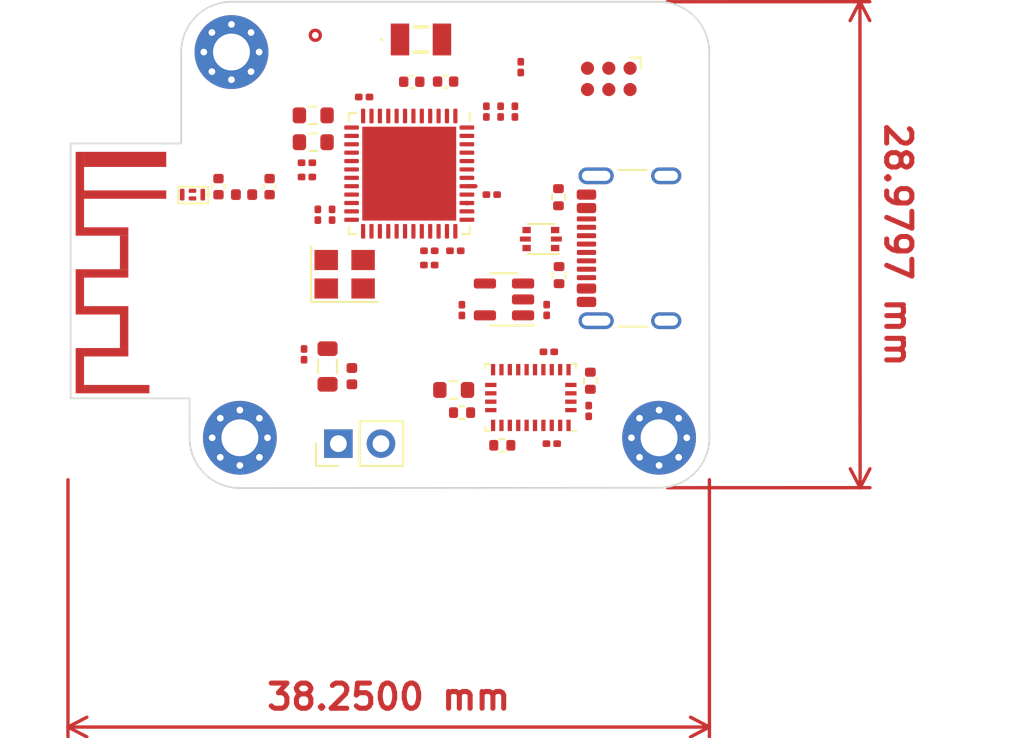
<source format=kicad_pcb>
(kicad_pcb (version 20221018) (generator pcbnew)
  (layers (0 "F.Cu" signal) (1 "In1.Cu" power) (2 "In2.Cu" power) (31 "B.Cu" signal) (34 "B.Paste" user) (35 "F.Paste" user) (36 "B.SilkS" user "B.Silkscreen") (37 "F.SilkS" user "F.Silkscreen") (38 "B.Mask" user) (39 "F.Mask" user) (44 "Edge.Cuts" user))
  (net 0 "")
  (net 1 "NRST")
  (net 2 "/SMPSFB")
  (net 3 "/LSE_OUT")
  (net 4 "/LSE_IN")
  (net 5 "RF1")
  (net 6 "Net-(U2-VBUS)")
  (net 7 "Net-(U5-CAP)")
  (net 8 "Net-(J3-CC1)")
  (net 9 "Net-(J3-D+-PadA6)")
  (net 10 "Net-(J3-D--PadA7)")
  (net 12 "Net-(J3-CC2)")
  (net 14 "/SMPSLX")
  (net 15 "/SMPSLXL")
  (net 16 "/BOOT_0")
  (net 17 "I2C1_SCL")
  (net 18 "I2C1_SDA")
  (net 19 "+3.3V")
  (net 21 "BNO_NRST")
  (net 22 "BNO_NINT")
  (net 29 "/HSE_OUT")
  (net 30 "/HSE_IN")
  (net 36 "USB_D-")
  (net 37 "USB_D+")
  (net 41 "GND")
  (net 42 "Net-(R1-Pad1)")
  (net 47 "BNO_NBOOT")
  (net 51 "/RF_ANT")
  (net 52 "Net-(FLT1-IN)")
  (net 53 "/SWDIO")
  (net 54 "/SWCLK")
  (net 55 "/SWO")
  (footprint "Capacitor_SMD:C_0201_0603Metric" (layer "F.Cu") (at 152.85 102.85)
    (fp_text reference "C4" hide)
    (fp_text value "100n" hide)
    (pad "1" smd roundrect (at -0.32 0) (size 0.46 0.4) (layers "F.Cu" "F.Mask") (net 19 "+3.3V"))
    (pad "2" smd roundrect (at 0.32 0) (size 0.46 0.4) (layers "F.Cu" "F.Mask") (net 41 "GND"))
  )
  (footprint "Resistor_SMD:R_0402_1005Metric" (layer "F.Cu") (at 160.9 110.6 -90)
    (fp_text reference "R10" hide)
    (fp_text value "10k" hide)
    (fp_line (start -0.153641 -0.38) (end 0.153641 -0.38) (stroke (width 0.12)) (layer "F.SilkS"))
    (fp_line (start -0.153641 0.38) (end 0.153641 0.38) (stroke (width 0.12)) (layer "F.SilkS"))
    (pad "1" smd roundrect (at -0.51 0 270) (size 0.54 0.64) (layers "F.Cu" "F.Paste" "F.Mask") (net 19 "+3.3V"))
    (pad "2" smd roundrect (at 0.51 0 270) (size 0.54 0.64) (layers "F.Cu" "F.Paste" "F.Mask") (net 47 "BNO_NBOOT"))
  )
  (footprint "Package_TO_SOT_SMD:SOT-666" (layer "F.Cu") (at 157.95 102.15 180)
    (fp_text reference "U2" hide)
    (fp_text value "USBLC6-2P6" hide)
    (fp_line (start -0.8 0.9) (end 0.8 0.9) (stroke (width 0.12)) (layer "F.SilkS"))
    (fp_line (start 0.8 -0.9) (end -1.1 -0.9) (stroke (width 0.12)) (layer "F.SilkS"))
    (pad "1" smd rect (at -0.85 -0.5375 180) (size 0.5 0.375) (layers "F.Cu" "F.Paste" "F.Mask") (net 10 "Net-(J3-D--PadA7)"))
    (pad "2" smd rect (at -0.925 0 180) (size 0.65 0.3) (layers "F.Cu" "F.Paste" "F.Mask") (net 41 "GND"))
    (pad "3" smd rect (at -0.85 0.5375 180) (size 0.5 0.375) (layers "F.Cu" "F.Paste" "F.Mask") (net 9 "Net-(J3-D+-PadA6)"))
    (pad "4" smd rect (at 0.85 0.5375 180) (size 0.5 0.375) (layers "F.Cu" "F.Paste" "F.Mask") (net 37 "USB_D+"))
    (pad "5" smd rect (at 0.925 0 180) (size 0.65 0.3) (layers "F.Cu" "F.Paste" "F.Mask") (net 6 "Net-(U2-VBUS)"))
    (pad "6" smd rect (at 0.85 -0.5375 180) (size 0.5 0.375) (layers "F.Cu" "F.Paste" "F.Mask") (net 36 "USB_D-"))
  )
  (footprint "Inductor_SMD:L_0805_2012Metric" (layer "F.Cu") (at 145.229542 109.75 90)
    (fp_text reference "L2" hide)
    (fp_text value "10u" hide)
    (fp_line (start -0.399622 -0.56) (end 0.399622 -0.56) (stroke (width 0.12)) (layer "F.SilkS"))
    (fp_line (start -0.399622 0.56) (end 0.399622 0.56) (stroke (width 0.12)) (layer "F.SilkS"))
    (pad "1" smd roundrect (at -1.0625 0 90) (size 0.875 1.2) (layers "F.Cu" "F.Paste" "F.Mask") (net 15 "/SMPSLXL"))
    (pad "2" smd roundrect (at 1.0625 0 90) (size 0.875 1.2) (layers "F.Cu" "F.Paste" "F.Mask") (net 2 "/SMPSFB"))
  )
  (footprint "Capacitor_SMD:C_0201_0603Metric" (layer "F.Cu") (at 155.55 94.55 90)
    (fp_text reference "C6" hide)
    (fp_text value "100n" hide)
    (pad "1" smd roundrect (at -0.32 0 90) (size 0.46 0.4) (layers "F.Cu" "F.Mask") (net 19 "+3.3V"))
    (pad "2" smd roundrect (at 0.32 0 90) (size 0.46 0.4) (layers "F.Cu" "F.Mask") (net 41 "GND"))
  )
  (footprint "Capacitor_SMD:C_0201_0603Metric" (layer "F.Cu") (at 144 98.45 180)
    (fp_text reference "C1" hide)
    (fp_text value "100n" hide)
    (pad "1" smd roundrect (at -0.32 0 180) (size 0.46 0.4) (layers "F.Cu" "F.Mask") (net 19 "+3.3V"))
    (pad "2" smd roundrect (at 0.32 0 180) (size 0.46 0.4) (layers "F.Cu" "F.Mask") (net 41 "GND"))
  )
  (footprint "MountingHole:MountingHole_2.2mm_M2_Pad_Via" (layer "F.Cu") (at 139.5 91)
    (fp_text reference "H1" hide)
    (fp_text value "MountingHole" hide)
    (pad "1" thru_hole circle (at -1.65 0) (size 0.7 0.7) (drill 0.4) (layers "*.Cu" "*.Mask"))
    (pad "1" thru_hole circle (at -1.166726 -1.166726) (size 0.7 0.7) (drill 0.4) (layers "*.Cu" "*.Mask"))
    (pad "1" thru_hole circle (at -1.166726 1.166726) (size 0.7 0.7) (drill 0.4) (layers "*.Cu" "*.Mask"))
    (pad "1" thru_hole circle (at 0 -1.65) (size 0.7 0.7) (drill 0.4) (layers "*.Cu" "*.Mask"))
    (pad "1" thru_hole circle (at 0 0) (size 4.4 4.4) (drill 2.2) (layers "*.Cu" "*.Mask"))
    (pad "1" thru_hole circle (at 0 1.65) (size 0.7 0.7) (drill 0.4) (layers "*.Cu" "*.Mask"))
    (pad "1" thru_hole circle (at 1.166726 -1.166726) (size 0.7 0.7) (drill 0.4) (layers "*.Cu" "*.Mask"))
    (pad "1" thru_hole circle (at 1.166726 1.166726) (size 0.7 0.7) (drill 0.4) (layers "*.Cu" "*.Mask"))
    (pad "1" thru_hole circle (at 1.65 0) (size 0.7 0.7) (drill 0.4) (layers "*.Cu" "*.Mask"))
  )
  (footprint "Inductor_SMD:L_0402_1005Metric" (layer "F.Cu") (at 140.25 99.5 180)
    (fp_text reference "L3" hide)
    (fp_text value "2n7" hide)
    (pad "1" smd roundrect (at -0.485 0 180) (size 0.59 0.64) (layers "F.Cu" "F.Paste" "F.Mask") (net 5 "RF1"))
    (pad "2" smd roundrect (at 0.485 0 180) (size 0.59 0.64) (layers "F.Cu" "F.Paste" "F.Mask") (net 52 "Net-(FLT1-IN)"))
  )
  (footprint "830009678:830009678" (layer "F.Cu") (at 150.8 90.25)
    (fp_text reference "X1" hide)
    (fp_text value "32KHz768" hide)
    (fp_line (start -2.4 0) (end -2.4 0) (stroke (width 0.1)) (layer "F.SilkS"))
    (fp_line (start -2.3 0) (end -2.3 0) (stroke (width 0.1)) (layer "F.SilkS"))
    (fp_line (start -0.4 -0.75) (end 0.4 -0.75) (stroke (width 0.2)) (layer "F.SilkS"))
    (fp_line (start -0.4 0.75) (end 0.4 0.75) (stroke (width 0.2)) (layer "F.SilkS"))
    (fp_arc (start -2.4 0) (mid -2.35 -0.05) (end -2.3 0) (stroke (width 0.1)) (layer "F.SilkS"))
    (fp_arc (start -2.3 0) (mid -2.35 0.05) (end -2.4 0) (stroke (width 0.1)) (layer "F.SilkS"))
    (pad "1" smd rect (at -1.25 0) (size 1.1 1.9) (layers "F.Cu" "F.Paste" "F.Mask") (net 3 "/LSE_OUT"))
    (pad "2" smd rect (at 1.25 0) (size 1.1 1.9) (layers "F.Cu" "F.Paste" "F.Mask") (net 4 "/LSE_IN"))
  )
  (footprint "Resistor_SMD:R_0402_1005Metric" (layer "F.Cu") (at 159.033666 104.3 -90)
    (fp_text reference "R4" hide)
    (fp_text value "5k1" hide)
    (fp_line (start -0.153641 -0.38) (end 0.153641 -0.38) (stroke (width 0.12)) (layer "F.SilkS"))
    (fp_line (start -0.153641 0.38) (end 0.153641 0.38) (stroke (width 0.12)) (layer "F.SilkS"))
    (pad "1" smd roundrect (at -0.51 0 270) (size 0.54 0.64) (layers "F.Cu" "F.Paste" "F.Mask") (net 8 "Net-(J3-CC1)"))
    (pad "2" smd roundrect (at 0.51 0 270) (size 0.54 0.64) (layers "F.Cu" "F.Paste" "F.Mask") (net 41 "GND"))
  )
  (footprint "Capacitor_SMD:C_0201_0603Metric" (layer "F.Cu") (at 158.6 114.35 180)
    (fp_text reference "C20" hide)
    (fp_text value "0u1" hide)
    (pad "1" smd roundrect (at -0.32 0 180) (size 0.46 0.4) (layers "F.Cu" "F.Mask") (net 19 "+3.3V"))
    (pad "2" smd roundrect (at 0.32 0 180) (size 0.46 0.4) (layers "F.Cu" "F.Mask") (net 41 "GND"))
  )
  (footprint "Capacitor_SMD:C_0402_1005Metric" (layer "F.Cu") (at 138.725 99.025 90)
    (fp_text reference "C15" hide)
    (fp_text value "0p3" hide)
    (fp_line (start -0.107836 -0.36) (end 0.107836 -0.36) (stroke (width 0.12)) (layer "F.SilkS"))
    (fp_line (start -0.107836 0.36) (end 0.107836 0.36) (stroke (width 0.12)) (layer "F.SilkS"))
    (pad "1" smd roundrect (at -0.48 0 90) (size 0.56 0.62) (layers "F.Cu" "F.Paste" "F.Mask") (net 52 "Net-(FLT1-IN)"))
    (pad "2" smd roundrect (at 0.48 0 90) (size 0.56 0.62) (layers "F.Cu" "F.Paste" "F.Mask") (net 41 "GND"))
  )
  (footprint "Resistor_SMD:R_0402_1005Metric" (layer "F.Cu") (at 158.99831 99.654935 90)
    (fp_text reference "R3" hide)
    (fp_text value "5k1" hide)
    (fp_line (start -0.153641 -0.38) (end 0.153641 -0.38) (stroke (width 0.12)) (layer "F.SilkS"))
    (fp_line (start -0.153641 0.38) (end 0.153641 0.38) (stroke (width 0.12)) (layer "F.SilkS"))
    (pad "1" smd roundrect (at -0.51 0 90) (size 0.54 0.64) (layers "F.Cu" "F.Paste" "F.Mask") (net 12 "Net-(J3-CC2)"))
    (pad "2" smd roundrect (at 0.51 0 90) (size 0.54 0.64) (layers "F.Cu" "F.Paste" "F.Mask") (net 41 "GND"))
  )
  (footprint "Capacitor_SMD:C_0201_0603Metric" (layer "F.Cu") (at 143.829542 109.025 -90)
    (fp_text reference "C11" hide)
    (fp_text value "4u7" hide)
    (pad "1" smd roundrect (at -0.32 0 270) (size 0.46 0.4) (layers "F.Cu" "F.Mask") (net 2 "/SMPSFB"))
    (pad "2" smd roundrect (at 0.32 0 270) (size 0.46 0.4) (layers "F.Cu" "F.Mask") (net 41 "GND"))
  )
  (footprint "Capacitor_SMD:C_0402_1005Metric" (layer "F.Cu") (at 152.27 92.76)
    (fp_text reference "C13" hide)
    (fp_text value "10p" hide)
    (fp_line (start -0.107836 -0.36) (end 0.107836 -0.36) (stroke (width 0.12)) (layer "F.SilkS"))
    (fp_line (start -0.107836 0.36) (end 0.107836 0.36) (stroke (width 0.12)) (layer "F.SilkS"))
    (pad "1" smd roundrect (at -0.48 0) (size 0.56 0.62) (layers "F.Cu" "F.Paste" "F.Mask") (net 4 "/LSE_IN"))
    (pad "2" smd roundrect (at 0.48 0) (size 0.56 0.62) (layers "F.Cu" "F.Paste" "F.Mask") (net 41 "GND"))
  )
  (footprint "Resistor_SMD:R_0402_1005Metric" (layer "F.Cu") (at 155.65 114.45 180)
    (fp_text reference "R8" hide)
    (fp_text value "2k2" hide)
    (fp_line (start -0.153641 -0.38) (end 0.153641 -0.38) (stroke (width 0.12)) (layer "F.SilkS"))
    (fp_line (start -0.153641 0.38) (end 0.153641 0.38) (stroke (width 0.12)) (layer "F.SilkS"))
    (pad "1" smd roundrect (at -0.51 0 180) (size 0.54 0.64) (layers "F.Cu" "F.Paste" "F.Mask") (net 19 "+3.3V"))
    (pad "2" smd roundrect (at 0.51 0 180) (size 0.54 0.64) (layers "F.Cu" "F.Paste" "F.Mask") (net 18 "I2C1_SDA"))
  )
  (footprint "Resistor_SMD:R_0603_1608Metric" (layer "F.Cu") (at 144.375 96.375)
    (fp_text reference "R2" hide)
    (fp_text value "1k" hide)
    (fp_line (start -0.237258 -0.5225) (end 0.237258 -0.5225) (stroke (width 0.12)) (layer "F.SilkS"))
    (fp_line (start -0.237258 0.5225) (end 0.237258 0.5225) (stroke (width 0.12)) (layer "F.SilkS"))
    (pad "1" smd roundrect (at -0.825 0) (size 0.8 0.95) (layers "F.Cu" "F.Paste" "F.Mask") (net 41 "GND"))
    (pad "2" smd roundrect (at 0.825 0) (size 0.8 0.95) (layers "F.Cu" "F.Paste" "F.Mask") (net 16 "/BOOT_0"))
  )
  (footprint "MountingHole:MountingHole_2.2mm_M2_Pad_Via" (layer "F.Cu") (at 165 114)
    (fp_text reference "H3" hide)
    (fp_text value "MountingHole" hide)
    (pad "1" thru_hole circle (at -1.65 0) (size 0.7 0.7) (drill 0.4) (layers "*.Cu" "*.Mask"))
    (pad "1" thru_hole circle (at -1.166726 -1.166726) (size 0.7 0.7) (drill 0.4) (layers "*.Cu" "*.Mask"))
    (pad "1" thru_hole circle (at -1.166726 1.166726) (size 0.7 0.7) (drill 0.4) (layers "*.Cu" "*.Mask"))
    (pad "1" thru_hole circle (at 0 -1.65) (size 0.7 0.7) (drill 0.4) (layers "*.Cu" "*.Mask"))
    (pad "1" thru_hole circle (at 0 0) (size 4.4 4.4) (drill 2.2) (layers "*.Cu" "*.Mask"))
    (pad "1" thru_hole circle (at 0 1.65) (size 0.7 0.7) (drill 0.4) (layers "*.Cu" "*.Mask"))
    (pad "1" thru_hole circle (at 1.166726 -1.166726) (size 0.7 0.7) (drill 0.4) (layers "*.Cu" "*.Mask"))
    (pad "1" thru_hole circle (at 1.166726 1.166726) (size 0.7 0.7) (drill 0.4) (layers "*.Cu" "*.Mask"))
    (pad "1" thru_hole circle (at 1.65 0) (size 0.7 0.7) (drill 0.4) (layers "*.Cu" "*.Mask"))
  )
  (footprint "Capacitor_SMD:C_0201_0603Metric" (layer "F.Cu") (at 147.41 93.68 180)
    (fp_text reference "C2" hide)
    (fp_text value "100n" hide)
    (pad "1" smd roundrect (at -0.32 0 180) (size 0.46 0.4) (layers "F.Cu" "F.Mask") (net 19 "+3.3V"))
    (pad "2" smd roundrect (at 0.32 0 180) (size 0.46 0.4) (layers "F.Cu" "F.Mask") (net 41 "GND"))
  )
  (footprint "Connector:Tag-Connect_TC2030-IDC-FP_2x03_P1.27mm_Vertical" (layer "F.Cu") (at 162 92.6 180)
    (fp_text reference "J2" hide)
    (fp_text value "Conn_ARM_SWD_TagConnect_TC2030" hide)
    (fp_line (start -1.905 1.27) (end -1.905 0.635) (stroke (width 0.12)) (layer "F.SilkS"))
    (fp_line (start -1.27 1.27) (end -1.905 1.27) (stroke (width 0.12)) (layer "F.SilkS"))
    (pad "" np_thru_hole circle (at -2.54 -2.54 180) (size 2.3749 2.3749) (drill 2.3749) (layers "*.Cu" "*.Mask"))
    (pad "" np_thru_hole circle (at -2.54 0 180) (size 0.9906 0.9906) (drill 0.9906) (layers "*.Cu" "*.Mask"))
    (pad "" np_thru_hole circle (at -2.54 2.54 180) (size 2.3749 2.3749) (drill 2.3749) (layers "*.Cu" "*.Mask"))
    (pad "" np_thru_hole circle (at 0.635 -2.54 180) (size 2.3749 2.3749) (drill 2.3749) (layers "*.Cu" "*.Mask"))
    (pad "" np_thru_hole circle (at 0.635 2.54 180) (size 2.3749 2.3749) (drill 2.3749) (layers "*.Cu" "*.Mask"))
    (pad "" np_thru_hole circle (at 2.54 -1.016 180) (size 0.9906 0.9906) (drill 0.9906) (layers "*.Cu" "*.Mask"))
    (pad "" np_thru_hole circle (at 2.54 1.016 180) (size 0.9906 0.9906) (drill 0.9906) (layers "*.Cu" "*.Mask"))
    (pad "1" connect circle (at -1.27 0.635 180) (size 0.7874 0.7874) (layers "F.Cu" "F.Mask") (net 19 "+3.3V"))
    (pad "2" connect circle (at -1.27 -0.635 180) (size 0.7874 0.7874) (layers "F.Cu" "F.Mask") (net 53 "/SWDIO"))
    (pad "3" connect circle (at 0 0.635 180) (size 0.7874 0.7874) (layers "F.Cu" "F.Mask") (net 1 "NRST"))
    (pad "4" connect circle (at 0 -0.635 180) (size 0.7874 0.7874) (layers "F.Cu" "F.Mask") (net 54 "/SWCLK"))
    (pad "5" connect circle (at 1.27 0.635 180) (size 0.7874 0.7874) (layers "F.Cu" "F.Mask") (net 41 "GND"))
    (pad "6" connect circle (at 1.27 -0.635 180) (size 0.7874 0.7874) (layers "F.Cu" "F.Mask") (net 55 "/SWO"))
  )
  (footprint "Connector_PinHeader_2.54mm:PinHeader_1x02_P2.54mm_Vertical" (layer "F.Cu") (at 145.875 114.35 90)
    (fp_text reference "SW1" hide)
    (fp_text value "SW_Push" hide)
    (fp_line (start -1.33 -1.33) (end 0 -1.33) (stroke (width 0.12)) (layer "F.SilkS"))
    (fp_line (start -1.33 0) (end -1.33 -1.33) (stroke (width 0.12)) (layer "F.SilkS"))
    (fp_line (start -1.33 1.27) (end -1.33 3.87) (stroke (width 0.12)) (layer "F.SilkS"))
    (fp_line (start -1.33 1.27) (end 1.33 1.27) (stroke (width 0.12)) (layer "F.SilkS"))
    (fp_line (start -1.33 3.87) (end 1.33 3.87) (stroke (width 0.12)) (layer "F.SilkS"))
    (fp_line (start 1.33 1.27) (end 1.33 3.87) (stroke (width 0.12)) (layer "F.SilkS"))
    (pad "1" thru_hole rect (at 0 0 90) (size 1.7 1.7) (drill 1) (layers "*.Cu" "*.Mask") (net 42 "Net-(R1-Pad1)"))
    (pad "2" thru_hole oval (at 0 2.54 90) (size 1.7 1.7) (drill 1) (layers "*.Cu" "*.Mask") (net 19 "+3.3V"))
  )
  (footprint "Capacitor_SMD:C_0201_0603Metric" (layer "F.Cu") (at 158.295584 106.379542 90)
    (fp_text reference "C18" hide)
    (fp_text value "4u7" hide)
    (pad "1" smd roundrect (at -0.32 0 90) (size 0.46 0.4) (layers "F.Cu" "F.Mask") (net 6 "Net-(U2-VBUS)"))
    (pad "2" smd roundrect (at 0.32 0 90) (size 0.46 0.4) (layers "F.Cu" "F.Mask") (net 41 "GND"))
  )
  (footprint "Capacitor_SMD:C_0201_0603Metric" (layer "F.Cu") (at 160.8 112.4 -90)
    (fp_text reference "C21" hide)
    (fp_text value "0u1" hide)
    (pad "1" smd roundrect (at -0.32 0 270) (size 0.46 0.4) (layers "F.Cu" "F.Mask") (net 19 "+3.3V"))
    (pad "2" smd roundrect (at 0.32 0 270) (size 0.46 0.4) (layers "F.Cu" "F.Mask") (net 41 "GND"))
  )
  (footprint "Capacitor_SMD:C_0201_0603Metric" (layer "F.Cu") (at 144.65 100.7 90)
    (fp_text reference "C10" hide)
    (fp_text value "100n" hide)
    (pad "1" smd roundrect (at -0.32 0 90) (size 0.46 0.4) (layers "F.Cu" "F.Mask") (net 19 "+3.3V"))
    (pad "2" smd roundrect (at 0.32 0 90) (size 0.46 0.4) (layers "F.Cu" "F.Mask") (net 41 "GND"))
  )
  (footprint "Capacitor_SMD:C_0201_0603Metric" (layer "F.Cu") (at 153.239771 106.386396 90)
    (fp_text reference "C19" hide)
    (fp_text value "4u7" hide)
    (pad "1" smd roundrect (at -0.32 0 90) (size 0.46 0.4) (layers "F.Cu" "F.Mask") (net 19 "+3.3V"))
    (pad "2" smd roundrect (at 0.32 0 90) (size 0.46 0.4) (layers "F.Cu" "F.Mask") (net 41 "GND"))
  )
  (footprint "Capacitor_SMD:C_0201_0603Metric" (layer "F.Cu") (at 151.3 102.85 180)
    (fp_text reference "C8" hide)
    (fp_text value "100n" hide)
    (pad "1" smd roundrect (at -0.32 0 180) (size 0.46 0.4) (layers "F.Cu" "F.Mask") (net 19 "+3.3V"))
    (pad "2" smd roundrect (at 0.32 0 180) (size 0.46 0.4) (layers "F.Cu" "F.Mask") (net 41 "GND"))
  )
  (footprint "Connector_USB:USB_C_Receptacle_GCT_USB4105-xx-A_16P_TopMnt_Horizontal" (layer "F.Cu") (at 164.35 102.7 90)
    (fp_text reference "J3" hide)
    (fp_text value "USB_C_Receptacle_USB2.0" hide)
    (fp_line (start -4.67 -0.1) (end -4.67 -1.8) (stroke (width 0.12)) (layer "F.SilkS"))
    (fp_line (start 4.67 -0.1) (end 4.67 -1.8) (stroke (width 0.12)) (layer "F.SilkS"))
    (pad "" np_thru_hole circle (at -2.89 -2.605 90) (size 0.65 0.65) (drill 0.65) (layers "F&B.Cu" "*.Mask"))
    (pad "" np_thru_hole circle (at 2.89 -2.605 90) (size 0.65 0.65) (drill 0.65) (layers "F&B.Cu" "*.Mask"))
    (pad "A1" smd roundrect (at -3.2 -3.68 90) (size 0.6 1.15) (layers "F.Cu" "F.Paste" "F.Mask") (net 41 "GND"))
    (pad "A4" smd roundrect (at -2.4 -3.68 90) (size 0.6 1.15) (layers "F.Cu" "F.Paste" "F.Mask") (net 6 "Net-(U2-VBUS)"))
    (pad "A5" smd roundrect (at -1.25 -3.68 90) (size 0.3 1.15) (layers "F.Cu" "F.Paste" "F.Mask") (net 8 "Net-(J3-CC1)"))
    (pad "A6" smd roundrect (at -0.25 -3.68 90) (size 0.3 1.15) (layers "F.Cu" "F.Paste" "F.Mask") (net 9 "Net-(J3-D+-PadA6)"))
    (pad "A7" smd roundrect (at 0.25 -3.68 90) (size 0.3 1.15) (layers "F.Cu" "F.Paste" "F.Mask") (net 10 "Net-(J3-D--PadA7)"))
    (pad "A8" smd roundrect (at 1.25 -3.68 90) (size 0.3 1.15) (layers "F.Cu" "F.Paste" "F.Mask"))
    (pad "A9" smd roundrect (at 2.4 -3.68 90) (size 0.6 1.15) (layers "F.Cu" "F.Paste" "F.Mask") (net 6 "Net-(U2-VBUS)"))
    (pad "A12" smd roundrect (at 3.2 -3.68 90) (size 0.6 1.15) (layers "F.Cu" "F.Paste" "F.Mask") (net 41 "GND"))
    (pad "B1" smd roundrect (at 3.2 -3.68 90) (size 0.6 1.15) (layers "F.Cu" "F.Paste" "F.Mask") (net 41 "GND"))
    (pad "B4" smd roundrect (at 2.4 -3.68 90) (size 0.6 1.15) (layers "F.Cu" "F.Paste" "F.Mask") (net 6 "Net-(U2-VBUS)"))
    (pad "B5" smd roundrect (at 1.75 -3.68 90) (size 0.3 1.15) (layers "F.Cu" "F.Paste" "F.Mask") (net 12 "Net-(J3-CC2)"))
    (pad "B6" smd roundrect (at 0.75 -3.68 90) (size 0.3 1.15) (layers "F.Cu" "F.Paste" "F.Mask") (net 9 "Net-(J3-D+-PadA6)"))
    (pad "B7" smd roundrect (at -0.75 -3.68 90) (size 0.3 1.15) (layers "F.Cu" "F.Paste" "F.Mask") (net 10 "Net-(J3-D--PadA7)"))
    (pad "B8" smd roundrect (at -1.75 -3.68 90) (size 0.3 1.15) (layers "F.Cu" "F.Paste" "F.Mask"))
    (pad "B9" smd roundrect (at -2.4 -3.68 90) (size 0.6 1.15) (layers "F.Cu" "F.Paste" "F.Mask") (net 6 "Net-(U2-VBUS)"))
    (pad "B12" smd roundrect (at -3.2 -3.68 90) (size 0.6 1.15) (layers "F.Cu" "F.Paste" "F.Mask") (net 41 "GND"))
    (pad "S1" thru_hole oval (at -4.32 -3.105 90) (size 1 2.1) (drill oval 0.6 1.7) (layers "*.Cu" "*.Mask" "F.Paste") (net 41 "GND"))
    (pad "S1" thru_hole oval (at -4.32 1.075 90) (size 1 1.8) (drill oval 0.6 1.4) (layers "*.Cu" "*.Mask" "F.Paste") (net 41 "GND"))
    (pad "S1" thru_hole oval (at 4.32 -3.105 90) (size 1 2.1) (drill oval 0.6 1.7) (layers "*.Cu" "*.Mask" "F.Paste") (net 41 "GND"))
    (pad "S1" thru_hole oval (at 4.32 1.075 90) (size 1 1.8) (drill oval 0.6 1.4) (layers "*.Cu" "*.Mask" "F.Paste") (net 41 "GND"))
  )
  (footprint "Capacitor_SMD:C_0201_0603Metric" (layer "F.Cu") (at 144 97.6 180)
    (fp_text reference "C17" hide)
    (fp_text value "4u7" hide)
    (pad "1" smd roundrect (at -0.32 0 180) (size 0.46 0.4) (layers "F.Cu" "F.Mask") (net 16 "/BOOT_0"))
    (pad "2" smd roundrect (at 0.32 0 180) (size 0.46 0.4) (layers "F.Cu" "F.Mask") (net 41 "GND"))
  )
  (footprint "Package_DFN_QFN:QFN-48-1EP_7x7mm_P0.5mm_EP5.6x5.6mm" (layer "F.Cu") (at 150.1 98.25 -90)
    (fp_text reference "U1" hide)
    (fp_text value "STM32WB55CEUx" hide)
    (fp_line (start -3.61 3.61) (end -3.61 3.135) (stroke (width 0.12)) (layer "F.SilkS"))
    (fp_line (start -3.135 -3.61) (end -3.61 -3.61) (stroke (width 0.12)) (layer "F.SilkS"))
    (fp_line (start -3.135 3.61) (end -3.61 3.61) (stroke (width 0.12)) (layer "F.SilkS"))
    (fp_line (start 3.135 -3.61) (end 3.61 -3.61) (stroke (width 0.12)) (layer "F.SilkS"))
    (fp_line (start 3.135 3.61) (end 3.61 3.61) (stroke (width 0.12)) (layer "F.SilkS"))
    (fp_line (start 3.61 -3.61) (end 3.61 -3.135) (stroke (width 0.12)) (layer "F.SilkS"))
    (fp_line (start 3.61 3.61) (end 3.61 3.135) (stroke (width 0.12)) (layer "F.SilkS"))
    (pad "1" smd roundrect (at -3.4375 -2.75 270) (size 0.875 0.25) (layers "F.Cu" "F.Paste" "F.Mask") (net 19 "+3.3V"))
    (pad "2" smd roundrect (at -3.4375 -2.25 270) (size 0.875 0.25) (layers "F.Cu" "F.Paste" "F.Mask") (net 4 "/LSE_IN"))
    (pad "3" smd roundrect (at -3.4375 -1.75 270) (size 0.875 0.25) (layers "F.Cu" "F.Paste" "F.Mask") (net 3 "/LSE_OUT"))
    (pad "4" smd roundrect (at -3.4375 -1.25 270) (size 0.875 0.25) (layers "F.Cu" "F.Paste" "F.Mask") (net 16 "/BOOT_0"))
    (pad "5" smd roundrect (at -3.4375 -0.75 270) (size 0.875 0.25) (layers "F.Cu" "F.Paste" "F.Mask"))
    (pad "6" smd roundrect (at -3.4375 -0.25 270) (size 0.875 0.25) (layers "F.Cu" "F.Paste" "F.Mask"))
    (pad "7" smd roundrect (at -3.4375 0.25 270) (size 0.875 0.25) (layers "F.Cu" "F.Paste" "F.Mask") (net 1 "NRST"))
    (pad "8" smd roundrect (at -3.4375 0.75 270) (size 0.875 0.25) (layers "F.Cu" "F.Paste" "F.Mask") (net 19 "+3.3V"))
    (pad "9" smd roundrect (at -3.4375 1.25 270) (size 0.875 0.25) (layers "F.Cu" "F.Paste" "F.Mask"))
    (pad "10" smd roundrect (at -3.4375 1.75 270) (size 0.875 0.25) (layers "F.Cu" "F.Paste" "F.Mask"))
    (pad "11" smd roundrect (at -3.4375 2.25 270) (size 0.875 0.25) (layers "F.Cu" "F.Paste" "F.Mask"))
    (pad "12" smd roundrect (at -3.4375 2.75 270) (size 0.875 0.25) (layers "F.Cu" "F.Paste" "F.Mask"))
    (pad "13" smd roundrect (at -2.75 3.4375 270) (size 0.25 0.875) (layers "F.Cu" "F.Paste" "F.Mask"))
    (pad "14" smd roundrect (at -2.25 3.4375 270) (size 0.25 0.875) (layers "F.Cu" "F.Paste" "F.Mask"))
    (pad "15" smd roundrect (at -1.75 3.4375 270) (size 0.25 0.875) (layers "F.Cu" "F.Paste" "F.Mask"))
    (pad "16" smd roundrect (at -1.25 3.4375 270) (size 0.25 0.875) (layers "F.Cu" "F.Paste" "F.Mask"))
    (pad "17" smd roundrect (at -0.75 3.4375 270) (size 0.25 0.875) (layers "F.Cu" "F.Paste" "F.Mask"))
    (pad "18" smd roundrect (at -0.25 3.4375 270) (size 0.25 0.875) (layers "F.Cu" "F.Paste" "F.Mask") (net 17 "I2C1_SCL"))
    (pad "19" smd roundrect (at 0.25 3.4375 270) (size 0.25 0.875) (layers "F.Cu" "F.Paste" "F.Mask"))
    (pad "20" smd roundrect (at 0.75 3.4375 270) (size 0.25 0.875) (layers "F.Cu" "F.Paste" "F.Mask") (net 19 "+3.3V"))
    (pad "21" smd roundrect (at 1.25 3.4375 270) (size 0.25 0.875) (layers "F.Cu" "F.Paste" "F.Mask") (net 5 "RF1"))
    (pad "22" smd roundrect (at 1.75 3.4375 270) (size 0.25 0.875) (layers "F.Cu" "F.Paste" "F.Mask") (net 41 "GND"))
    (pad "23" smd roundrect (at 2.25 3.4375 270) (size 0.25 0.875) (layers "F.Cu" "F.Paste" "F.Mask") (net 19 "+3.3V"))
    (pad "24" smd roundrect (at 2.75 3.4375 270) (size 0.25 0.875) (layers "F.Cu" "F.Paste" "F.Mask") (net 29 "/HSE_OUT"))
    (pad "25" smd roundrect (at 3.4375 2.75 270) (size 0.875 0.25) (layers "F.Cu" "F.Paste" "F.Mask") (net 30 "/HSE_IN"))
    (pad "26" smd roundrect (at 3.4375 2.25 270) (size 0.875 0.25) (layers "F.Cu" "F.Paste" "F.Mask"))
    (pad "27" smd roundrect (at 3.4375 1.75 270) (size 0.875 0.25) (layers "F.Cu" "F.Paste" "F.Mask"))
    (pad "28" smd roundrect (at 3.4375 1.25 270) (size 0.875 0.25) (layers "F.Cu" "F.Paste" "F.Mask"))
    (pad "29" smd roundrect (at 3.4375 0.75 270) (size 0.875 0.25) (layers "F.Cu" "F.Paste" "F.Mask"))
    (pad "30" smd roundrect (at 3.4375 0.25 270) (size 0.875 0.25) (layers "F.Cu" "F.Paste" "F.Mask"))
    (pad "31" smd roundrect (at 3.4375 -0.25 270) (size 0.875 0.25) (layers "F.Cu" "F.Paste" "F.Mask") (net 2 "/SMPSFB"))
    (pad "32" smd roundrect (at 3.4375 -0.75 270) (size 0.875 0.25) (layers "F.Cu" "F.Paste" "F.Mask") (net 41 "GND"))
    (pad "33" smd roundrect (at 3.4375 -1.25 270) (size 0.875 0.25) (layers "F.Cu" "F.Paste" "F.Mask") (net 14 "/SMPSLX"))
    (pad "34" smd roundrect (at 3.4375 -1.75 270) (size 0.875 0.25) (layers "F.Cu" "F.Paste" "F.Mask") (net 19 "+3.3V"))
    (pad "35" smd roundrect (at 3.4375 -2.25 270) (size 0.875 0.25) (layers "F.Cu" "F.Paste" "F.Mask") (net 19 "+3.3V"))
    (pad "36" smd roundrect (at 3.4375 -2.75 270) (size 0.875 0.25) (layers "F.Cu" "F.Paste" "F.Mask") (net 18 "I2C1_SDA"))
    (pad "37" smd roundrect (at 2.75 -3.4375 270) (size 0.25 0.875) (layers "F.Cu" "F.Paste" "F.Mask") (net 36 "USB_D-"))
    (pad "38" smd roundrect (at 2.25 -3.4375 270) (size 0.25 0.875) (layers "F.Cu" "F.Paste" "F.Mask") (net 37 "USB_D+"))
    (pad "39" smd roundrect (at 1.75 -3.4375 270) (size 0.25 0.875) (layers "F.Cu" "F.Paste" "F.Mask") (net 54 "/SWCLK"))
    (pad "40" smd roundrect (at 1.25 -3.4375 270) (size 0.25 0.875) (layers "F.Cu" "F.Paste" "F.Mask") (net 19 "+3.3V"))
    (pad "41" smd roundrect (at 0.75 -3.4375 270) (size 0.25 0.875) (layers "F.Cu" "F.Paste" "F.Mask") (net 53 "/SWDIO"))
    (pad "42" smd roundrect (at 0.25 -3.4375 270) (size 0.25 0.875) (layers "F.Cu" "F.Paste" "F.Mask"))
    (pad "43" smd roundrect (at -0.25 -3.4375 270) (size 0.25 0.875) (layers "F.Cu" "F.Paste" "F.Mask") (net 55 "/SWO"))
    (pad "44" smd roundrect (at -0.75 -3.4375 270) (size 0.25 0.875) (layers "F.Cu" "F.Paste" "F.Mask"))
    (pad "45" smd roundrect (at -1.25 -3.4375 270) (size 0.25 0.875) (layers "F.Cu" "F.Paste" "F.Mask") (net 22 "BNO_NINT"))
    (pad "46" smd roundrect (at -1.75 -3.4375 270) (size 0.25 0.875) (layers "F.Cu" "F.Paste" "F.Mask") (net 21 "BNO_NRST"))
    (pad "47" smd roundrect (at -2.25 -3.4375 270) (size 0.25 0.875) (layers "F.Cu" "F.Paste" "F.Mask") (net 47 "BNO_NBOOT"))
    (pad "48" smd roundrect (at -2.75 -3.4375 270) (size 0.25 0.875) (layers "F.Cu" "F.Paste" "F.Mask") (net 19 "+3.3V"))
    (pad "49" smd rect (at 0 0 270) (size 5.6 5.6) (layers "F.Cu" "F.Mask") (net 41 "GND"))
  )
  (footprint "Inductor_SMD:L_0402_1005Metric" (layer "F.Cu") (at 146.679542 110.325 -90)
    (fp_text reference "L1" hide)
    (fp_text value "10n" hide)
    (pad "1" smd roundrect (at -0.485 0 270) (size 0.59 0.64) (layers "F.Cu" "F.Paste" "F.Mask") (net 14 "/SMPSLX"))
    (pad "2" smd roundrect (at 0.485 0 270) (size 0.59 0.64) (layers "F.Cu" "F.Paste" "F.Mask") (net 15 "/SMPSLXL"))
  )
  (footprint "Resistor_SMD:R_0603_1608Metric" (layer "F.Cu") (at 152.75 111.15)
    (fp_text reference "R6" hide)
    (fp_text value "0R" hide)
    (fp_line (start -0.237258 -0.5225) (end 0.237258 -0.5225) (stroke (width 0.12)) (layer "F.SilkS"))
    (fp_line (start -0.237258 0.5225) (end 0.237258 0.5225) (stroke (width 0.12)) (layer "F.SilkS"))
    (pad "1" smd roundrect (at -0.825 0) (size 0.8 0.95) (layers "F.Cu" "F.Paste" "F.Mask") (net 41 "GND"))
    (pad "2" smd roundrect (at 0.825 0) (size 0.8 0.95) (layers "F.Cu" "F.Paste" "F.Mask") (net 19 "+3.3V"))
  )
  (footprint "830009678:2400MHz_PCB_Meander_Antenna" (layer "F.Cu") (at 135.11 96.45 -90)
    (fp_text reference "AE1" hide)
    (fp_text value "Antenna_Chip" hide)
    (fp_line (start 0 -0.97) (end 0 5.2) (stroke (width 0.1)) (layer "Edge.Cuts"))
    (fp_line (start 0 5.2) (end 15.2 5.2) (stroke (width 0.1)) (layer "Edge.Cuts"))
    (fp_line (start 15.2 5.2) (end 15.2 0) (stroke (width 0.1)) (layer "Edge.Cuts"))
    (pad "1" smd rect (at 3 4.65 270) (size 5 0.5) (layers "F.Cu" "F.Mask") (net 51 "/RF_ANT"))
    (pad "1" smd rect (at 3.05 1.95 270) (size 0.5 4.9) (layers "F.Cu" "F.Mask") (net 51 "/RF_ANT"))
    (pad "1" smd rect (at 5.25 3.08 270) (size 0.5 2.64) (layers "F.Cu" "F.Mask") (net 51 "/RF_ANT"))
    (pad "1" smd rect (at 6.5 2.01 270) (size 2 0.5) (layers "F.Cu" "F.Mask") (net 51 "/RF_ANT"))
    (pad "1" smd rect (at 7.75 3.08 270) (size 0.5 2.64) (layers "F.Cu" "F.Mask") (net 51 "/RF_ANT"))
    (pad "1" smd rect (at 8.85 4.65 270) (size 2.7 0.5) (layers "F.Cu" "F.Mask") (net 51 "/RF_ANT"))
    (pad "1" smd rect (at 9.95 3.08 270) (size 0.5 2.64) (layers "F.Cu" "F.Mask") (net 51 "/RF_ANT"))
    (pad "1" smd rect (at 11.2 2.01 270) (size 2 0.5) (layers "F.Cu" "F.Mask") (net 51 "/RF_ANT"))
    (pad "1" smd rect (at 12.45 3.08 270) (size 0.5 2.64) (layers "F.Cu" "F.Mask") (net 51 "/RF_ANT"))
    (pad "1" smd rect (at 13.55 4.65 270) (size 2.7 0.5) (layers "F.Cu" "F.Mask") (net 51 "/RF_ANT"))
    (pad "1" smd rect (at 14.65 2.45 270) (size 0.5 3.9) (layers "F.Cu" "F.Mask") (net 51 "/RF_ANT"))
    (pad "2" smd rect (at 0.95 1.95 270) (size 0.9 4.9) (layers "F.Cu" "F.Mask") (net 41 "GND"))
  )
  (footprint "Capacitor_SMD:C_0201_0603Metric" (layer "F.Cu") (at 158.425 108.875)
    (fp_text reference "C22" hide)
    (fp_text value "0u1" hide)
    (pad "1" smd roundrect (at -0.32 0) (size 0.46 0.4) (layers "F.Cu" "F.Mask") (net 7 "Net-(U5-CAP)"))
    (pad "2" smd roundrect (at 0.32 0) (size 0.46 0.4) (layers "F.Cu" "F.Mask") (net 41 "GND"))
  )
  (footprint "Resistor_SMD:R_0603_1608Metric" (layer "F.Cu") (at 144.375 94.775)
    (fp_text reference "R1" hide)
    (fp_text value "1k" hide)
    (fp_line (start -0.237258 -0.5225) (end 0.237258 -0.5225) (stroke (width 0.12)) (layer "F.SilkS"))
    (fp_line (start -0.237258 0.5225) (end 0.237258 0.5225) (stroke (width 0.12)) (layer "F.SilkS"))
    (pad "1" smd roundrect (at -0.825 0) (size 0.8 0.95) (layers "F.Cu" "F.Paste" "F.Mask") (net 42 "Net-(R1-Pad1)"))
    (pad "2" smd roundrect (at 0.825 0) (size 0.8 0.95) (layers "F.Cu" "F.Paste" "F.Mask") (net 16 "/BOOT_0"))
  )
  (footprint "Capacitor_SMD:C_0201_0603Metric" (layer "F.Cu") (at 151.295 103.7 180)
    (fp_text reference "C9" hide)
    (fp_text value "4u7" hide)
    (pad "1" smd roundrect (at -0.32 0 180) (size 0.46 0.4) (layers "F.Cu" "F.Mask") (net 19 "+3.3V"))
    (pad "2" smd roundrect (at 0.32 0 180) (size 0.46 0.4) (layers "F.Cu" "F.Mask") (net 41 "GND"))
  )
  (footprint "Capacitor_SMD:C_0402_1005Metric" (layer "F.Cu") (at 141.775 99.025 90)
    (fp_text reference "C14" hide)
    (fp_text value "0p8" hide)
    (fp_line (start -0.107836 -0.36) (end 0.107836 -0.36) (stroke (width 0.12)) (layer "F.SilkS"))
    (fp_line (start -0.107836 0.36) (end 0.107836 0.36) (stroke (width 0.12)) (layer "F.SilkS"))
    (pad "1" smd roundrect (at -0.48 0 90) (size 0.56 0.62) (layers "F.Cu" "F.Paste" "F.Mask") (net 5 "RF1"))
    (pad "2" smd roundrect (at 0.48 0 90) (size 0.56 0.62) (layers "F.Cu" "F.Paste" "F.Mask") (net 41 "GND"))
  )
  (footprint "Capacitor_SMD:C_0201_0603Metric" (layer "F.Cu") (at 155.02 99.5)
    (fp_text reference "C3" hide)
    (fp_text value "100n" hide)
    (pad "1" smd roundrect (at -0.32 0) (size 0.46 0.4) (layers "F.Cu" "F.Mask") (net 19 "+3.3V"))
    (pad "2" smd roundrect (at 0.32 0) (size 0.46 0.4) (layers "F.Cu" "F.Mask") (net 41 "GND"))
  )
  (footprint "Capacitor_SMD:C_0201_0603Metric" (layer "F.Cu") (at 145.5 100.7 90)
    (fp_text reference "C23" hide)
    (fp_text value "100p" hide)
    (pad "1" smd roundrect (at -0.32 0 90) (size 0.46 0.4) (layers "F.Cu" "F.Mask") (net 19 "+3.3V"))
    (pad "2" smd roundrect (at 0.32 0 90) (size 0.46 0.4) (layers "F.Cu" "F.Mask") (net 41 "GND"))
  )
  (footprint "Resistor_SMD:R_0402_1005Metric" (layer "F.Cu") (at 153.25 112.5)
    (fp_text reference "R7" hide)
    (fp_text value "2k2" hide)
    (fp_line (start -0.153641 -0.38) (end 0.153641 -0.38) (stroke (width 0.12)) (layer "F.SilkS"))
    (fp_line (start -0.153641 0.38) (end 0.153641 0.38) (stroke (width 0.12)) (layer "F.SilkS"))
    (pad "1" smd roundrect (at -0.51 0) (size 0.54 0.64) (layers "F.Cu" "F.Paste" "F.Mask") (net 19 "+3.3V"))
    (pad "2" smd roundrect (at 0.51 0) (size 0.54 0.64) (layers "F.Cu" "F.Paste" "F.Mask") (net 17 "I2C1_SCL"))
  )
  (footprint "Capacitor_SMD:C_0201_0603Metric" (layer "F.Cu") (at 156.75 91.9 90)
    (fp_text reference "C16" hide)
    (fp_text value "4u7")
    (pad "1" smd roundrect (at -0.32 0 90) (size 0.46 0.4) (layers "F.Cu" "F.Mask") (net 1 "NRST"))
    (pad "2" smd roundrect (at 0.32 0 90) (size 0.46 0.4) (layers "F.Cu" "F.Mask") (net 41 "GND"))
  )
  (footprint "Capacitor_SMD:C_0201_0603Metric" (layer "F.Cu") (at 156.4 94.55 90)
    (fp_text reference "C7" hide)
    (fp_text value "4u7" hide)
    (pad "1" smd roundrect (at -0.32 0 90) (size 0.46 0.4) (layers "F.Cu" "F.Mask") (net 19 "+3.3V"))
    (pad "2" smd roundrect (at 0.32 0 90) (size 0.46 0.4) (layers "F.Cu" "F.Mask") (net 41 "GND"))
  )
  (footprint "Capacitor_SMD:C_0402_1005Metric" (layer "F.Cu") (at 150.25 92.77 180)
    (fp_text reference "C12" hide)
    (fp_text value "10p" hide)
    (fp_line (start -0.107836 -0.36) (end 0.107836 -0.36) (stroke (width 0.12)) (layer "F.SilkS"))
    (fp_line (start -0.107836 0.36) (end 0.107836 0.36) (stroke (width 0.12)) (layer "F.SilkS"))
    (pad "1" smd roundrect (at -0.48 0 180) (size 0.56 0.62) (layers "F.Cu" "F.Paste" "F.Mask") (net 3 "/LSE_OUT"))
    (pad "2" smd roundrect (at 0.48 0 180) (size 0.56 0.62) (layers "F.Cu" "F.Paste" "F.Mask") (net 41 "GND"))
  )
  (footprint "HW_MoveCritic_Footprints:DLF162500LT-5028A1" (layer "F.Cu") (at 137.175 99.5 180)
    (fp_text reference "FLT1" hide)
    (fp_text value "DLF162500LT-5028A1" hide)
    (fp_line (start -0.94 -0.53) (end 0.85 -0.53) (stroke (width 0.1)) (layer "F.SilkS"))
    (fp_line (start -0.94 -0.22) (end -0.94 -0.53) (stroke (width 0.1)) (layer "F.SilkS"))
    (fp_line (start -0.94 0.47) (end -0.94 0.19) (stroke (width 0.1)) (layer "F.SilkS"))
    (fp_line (start 0.85 -0.53) (end 0.85 0.47) (stroke (width 0.1)) (layer "F.SilkS"))
    (fp_line (start 0.85 0.47) (end -0.94 0.47) (stroke (width 0.1)) (layer "F.SilkS"))
    (fp_circle (center -0.94 -0.01) (end -0.93 0.03) (stroke (width 0.1)) (fill none) (layer "F.SilkS"))
    (pad "1" smd roundrect (at -0.6125 0 180) (size 0.275 0.7) (layers "F.Cu" "F.Paste" "F.Mask") (net 52 "Net-(FLT1-IN)"))
    (pad "2" smd roundrect (at 0 -0.2275 180) (size 0.45 0.245) (layers "F.Cu" "F.Paste" "F.Mask") (net 41 "GND"))
    (pad "2" smd roundrect (at 0 0.2275 180) (size 0.45 0.245) (layers "F.Cu" "F.Paste" "F.Mask") (net 41 "GND"))
    (pad "3" smd roundrect (at 0.6125 0 180) (size 0.275 0.7) (layers "F.Cu" "F.Paste" "F.Mask") (net 51 "/RF_ANT"))
  )
  (footprint "Package_LGA:LGA-28_5.2x3.8mm_P0.5mm" (layer "F.Cu") (at 157.35 111.6 180)
    (fp_text reference "U5" hide)
    (fp_text value "BNO086" hide)
    (fp_line (start -2.71 -2.01) (end -2.45 -2.01) (stroke (width 0.12)) (layer "F.SilkS"))
    (fp_line (start -2.71 2.01) (end -2.71 1.75) (stroke (width 0.12)) (layer "F.SilkS"))
    (fp_line (start -2.71 2.01) (end -2.45 2.01) (stroke (width 0.12)) (layer "F.SilkS"))
    (fp_line (start 2.71 -2.01) (end 2.45 -2.01) (stroke (width 0.12)) (layer "F.SilkS"))
    (fp_line (start 2.71 -2.01) (end 2.71 -1.75) (stroke (width 0.12)) (layer "F.SilkS"))
    (fp_line (start 2.71 2.01) (end 2.45 2.01) (stroke (width 0.12)) (layer "F.SilkS"))
    (fp_line (start 2.71 2.01) (end 2.71 1.75) (stroke (width 0.12)) (layer "F.SilkS"))
    (pad "1" smd rect (at -2.25 -1.6625 180) (size 0.254 0.675) (layers "F.Cu" "F.Paste" "F.Mask"))
    (pad "2" smd rect (at -2.3875 -0.75 270) (size 0.254 0.675) (layers "F.Cu" "F.Paste" "F.Mask") (net 41 "GND"))
    (pad "3" smd rect (at -2.3875 -0.25 270) (size 0.254 0.675) (layers "F.Cu" "F.Paste" "F.Mask") (net 19 "+3.3V"))
    (pad "4" smd rect (at -2.3875 0.25 270) (size 0.254 0.675) (layers "F.Cu" "F.Paste" "F.Mask") (net 47 "BNO_NBOOT"))
    (pad "5" smd rect (at -2.3875 0.75 270) (size 0.254 0.675) (layers "F.Cu" "F.Paste" "F.Mask") (net 41 "GND"))
    (pad "6" smd rect (at -2.25 1.6625 180) (size 0.254 0.675) (layers "F.Cu" "F.Paste" "F.Mask") (net 41 "GND"))
    (pad "7" smd rect (at -1.75 1.6625 180) (size 0.254 0.675) (layers "F.Cu" "F.Paste" "F.Mask"))
    (pad "8" smd rect (at -1.25 1.6625 180) (size 0.254 0.675) (layers "F.Cu" "F.Paste" "F.Mask"))
    (pad "9" smd rect (at -0.75 1.6625 180) (size 0.254 0.675) (layers "F.Cu" "F.Paste" "F.Mask") (net 7 "Net-(U5-CAP)"))
    (pad "10" smd rect (at -0.25 1.6625 180) (size 0.254 0.675) (layers "F.Cu" "F.Paste" "F.Mask") (net 19 "+3.3V"))
    (pad "11" smd rect (at 0.25 1.6625 180) (size 0.254 0.675) (layers "F.Cu" "F.Paste" "F.Mask") (net 21 "BNO_NRST"))
    (pad "12" smd rect (at 0.75 1.6625 180) (size 0.254 0.675) (layers "F.Cu" "F.Paste" "F.Mask"))
    (pad "13" smd rect (at 1.25 1.6625 180) (size 0.254 0.675) (layers "F.Cu" "F.Paste" "F.Mask"))
    (pad "14" smd rect (at 1.75 1.6625 180) (size 0.254 0.675) (layers "F.Cu" "F.Paste" "F.Mask") (net 22 "BNO_NINT"))
    (pad "15" smd rect (at 2.25 1.6625 180) (size 0.254 0.675) (layers "F.Cu" "F.Paste" "F.Mask"))
    (pad "16" smd rect (at 2.3875 0.75 270) (size 0.254 0.675) (layers "F.Cu" "F.Paste" "F.Mask"))
    (pad "17" smd rect (at 2.3875 0.25 270) (size 0.254 0.675) (layers "F.Cu" "F.Paste" "F.Mask") (net 19 "+3.3V"))
    (pad "18" smd rect (at 2.3875 -0.25 270) (size 0.254 0.675) (layers "F.Cu" "F.Paste" "F.Mask"))
    (pad "19" smd rect (at 2.3875 -0.75 270) (size 0.254 0.675) (layers "F.Cu" "F.Paste" "F.Mask") (net 17 "I2C1_SCL"))
    (pad "20" smd rect (at 2.25 -1.6625 180) (size 0.254 0.675) (layers "F.Cu" "F.Paste" "F.Mask") (net 18 "I2C1_SDA"))
    (pad "21" smd rect (at 1.75 -1.6625 180) (size 0.254 0.675) (layers "F.Cu" "F.Paste" "F.Mask"))
    (pad "22" smd rect (at 1.25 -1.6625 180) (size 0.254 0.675) (layers "F.Cu" "F.Paste" "F.Mask"))
    (pad "23" smd rect (at 0.75 -1.6625 180) (size 0.254 0.675) (layers "F.Cu" "F.Paste" "F.Mask"))
    (pad "24" smd rect (at 0.25 -1.6625 180) (size 0.254 0.675) (layers "F.Cu" "F.Paste" "F.Mask"))
    (pad "25" smd rect (at -0.25 -1.6625 180) (size 0.254 0.675) (layers "F.Cu" "F.Paste" "F.Mask") (net 41 "GND"))
    (pad "26" smd rect (at -0.75 -1.6625 180) (size 0.254 0.675) (layers "F.Cu" "F.Paste" "F.Mask") (net 41 "GND"))
    (pad "27" smd rect (at -1.25 -1.6625 180) (size 0.254 0.675) (layers "F.Cu" "F.Paste" "F.Mask"))
    (pad "28" smd rect (at -1.75 -1.6625 180) (size 0.254 0.675) (layers "F.Cu" "F.Paste" "F.Mask") (net 19 "+3.3V"))
  )
  (footprint "Capacitor_SMD:C_0201_0603Metric" (layer "F.Cu") (at 154.7 94.55 90)
    (fp_text reference "C5" hide)
    (fp_text value "100n" hide)
    (pad "1" smd roundrect (at -0.32 0 90) (size 0.46 0.4) (layers "F.Cu" "F.Mask") (net 19 "+3.3V"))
    (pad "2" smd roundrect (at 0.32 0 90) (size 0.46 0.4) (layers "F.Cu" "F.Mask") (net 41 "GND"))
  )
  (footprint "Crystal:Crystal_SMD_TXC_7M-4Pin_3.2x2.5mm" (layer "F.Cu") (at 146.25 104.25)
    (fp_text reference "X2" hide)
    (fp_text value "32MHz" hide)
    (fp_line (start -2 -1.65) (end -2 1.65) (stroke (width 0.12)) (layer "F.SilkS"))
    (fp_line (start -2 1.65) (end 2 1.65) (stroke (width 0.12)) (layer "F.SilkS"))
    (pad "1" smd rect (at -1.1 0.85) (size 1.4 1.2) (layers "F.Cu" "F.Paste" "F.Mask") (net 29 "/HSE_OUT"))
    (pad "2" smd rect (at 1.1 0.85) (size 1.4 1.2) (layers "F.Cu" "F.Paste" "F.Mask") (net 41 "GND"))
    (pad "3" smd rect (at 1.1 -0.85) (size 1.4 1.2) (layers "F.Cu" "F.Paste" "F.Mask") (net 30 "/HSE_IN"))
    (pad "4" smd rect (at -1.1 -0.85) (size 1.4 1.2) (layers "F.Cu" "F.Paste" "F.Mask") (net 41 "GND"))
  )
  (footprint "MountingHole:MountingHole_2.2mm_M2_Pad_Via" (layer "F.Cu") (at 140 114)
    (fp_text reference "H2" hide)
    (fp_text value "MountingHole" hide)
    (pad "1" thru_hole circle (at -1.65 0) (size 0.7 0.7) (drill 0.4) (layers "*.Cu" "*.Mask"))
    (pad "1" thru_hole circle (at -1.166726 -1.166726) (size 0.7 0.7) (drill 0.4) (layers "*.Cu" "*.Mask"))
    (pad "1" thru_hole circle (at -1.166726 1.166726) (size 0.7 0.7) (drill 0.4) (layers "*.Cu" "*.Mask"))
    (pad "1" thru_hole circle (at 0 -1.65) (size 0.7 0.7) (drill 0.4) (layers "*.Cu" "*.Mask"))
    (pad "1" thru_hole circle (at 0 0) (size 4.4 4.4) (drill 2.2) (layers "*.Cu" "*.Mask"))
    (pad "1" thru_hole circle (at 0 1.65) (size 0.7 0.7) (drill 0.4) (layers "*.Cu" "*.Mask"))
    (pad "1" thru_hole circle (at 1.166726 -1.166726) (size 0.7 0.7) (drill 0.4) (layers "*.Cu" "*.Mask"))
    (pad "1" thru_hole circle (at 1.166726 1.166726) (size 0.7 0.7) (drill 0.4) (layers "*.Cu" "*.Mask"))
    (pad "1" thru_hole circle (at 1.65 0) (size 0.7 0.7) (drill 0.4) (layers "*.Cu" "*.Mask"))
  )
  (footprint "Package_TO_SOT_SMD:SOT-23-5" (layer "F.Cu") (at 155.75 105.75 180)
    (fp_text reference "U3" hide)
    (fp_text value "MIC5365-3.3YD5" hide)
    (fp_line (start 0 -1.56) (end -1.8 -1.56) (stroke (width 0.12)) (layer "F.SilkS"))
    (fp_line (start 0 -1.56) (end 0.8 -1.56) (stroke (width 0.12)) (layer "F.SilkS"))
    (fp_line (start 0 1.56) (end -0.8 1.56) (stroke (width 0.12)) (layer "F.SilkS"))
    (fp_line (start 0 1.56) (end 0.8 1.56) (stroke (width 0.12)) (layer "F.SilkS"))
    (pad "1" smd roundrect (at -1.1375 -0.95 180) (size 1.325 0.6) (layers "F.Cu" "F.Paste" "F.Mask") (net 6 "Net-(U2-VBUS)"))
    (pad "2" smd roundrect (at -1.1375 0 180) (size 1.325 0.6) (layers "F.Cu" "F.Paste" "F.Mask") (net 41 "GND"))
    (pad "3" smd roundrect (at -1.1375 0.95 180) (size 1.325 0.6) (layers "F.Cu" "F.Paste" "F.Mask") (net 6 "Net-(U2-VBUS)"))
    (pad "4" smd roundrect (at 1.1375 0.95 180) (size 1.325 0.6) (layers "F.Cu" "F.Paste" "F.Mask"))
    (pad "5" smd roundrect (at 1.1375 -0.95 180) (size 1.325 0.6) (layers "F.Cu" "F.Paste" "F.Mask") (net 19 "+3.3V"))
  )
  (gr_line (start 136.5 96.45) (end 136.5 96.25) (stroke (width 0.1)) (layer "Edge.Cuts"))
  (gr_line (start 136.5 96.25) (end 136.5 91.010396) (stroke (width 0.1)) (layer "Edge.Cuts"))
  (gr_arc (start 136.5 91.010396) (mid 137.385668 88.878017) (end 139.521209 88) (stroke (width 0.1)) (layer "Edge.Cuts"))
  (gr_arc (start 168 113.981588) (mid 167.121093 116.102126) (end 165.00001 116.979717) (stroke (width 0.1)) (layer "Edge.Cuts"))
  (gr_line (start 139.521209 88) (end 164.99 88) (stroke (width 0.1)) (layer "Edge.Cuts"))
  (gr_line (start 167.989603 91) (end 168 113.981588) (stroke (width 0.1)) (layer "Edge.Cuts"))
  (gr_line (start 137 111.65) (end 137 112) (stroke (width 0.1)) (layer "Edge.Cuts"))
  (gr_arc (start 140 117) (mid 137.878938 116.121179) (end 137.0004 114) (stroke (width 0.1)) (layer "Edge.Cuts"))
  (gr_line (start 136.08 96.45) (end 136.5 96.45) (stroke (width 0.1)) (layer "Edge.Cuts"))
  (gr_line (start 135.11 111.65) (end 137 111.65) (stroke (width 0.1)) (layer "Edge.Cuts"))
  (gr_line (start 165.00001 116.979717) (end 140 117) (stroke (width 0.1)) (layer "Edge.Cuts"))
  (gr_arc (start 164.99 88) (mid 167.111064 88.87882) (end 167.989603 91) (stroke (width 0.1)) (layer "Edge.Cuts"))
  (gr_line (start 137.000397 114) (end 137 112) (stroke (width 0.1)) (layer "Edge.Cuts"))
  (dimension (type aligned) (layer "F.Cu") (pts (xy 129.75 116) (xy 168 116)) (height 15.25) (gr_text "38.2500 mm" (at 148.875 129.45) (layer "F.Cu") (effects (font (size 1.5 1.5) (thickness 0.3)))) (format (prefix "") (suffix "") (units 3) (units_format 1) (precision 4)) (style (thickness 0.2) (arrow_length 1.27) (text_position_mode 0) (extension_height 0.58642) (extension_offset 0.5) keep_text_aligned))
  (dimension (type aligned) (layer "F.Cu") (pts (xy 165.00001 116.979717) (xy 164.989999 88)) (height 11.986445) (gr_text "28.9797 mm" (at 179.25 102.5 -89.98020528) (layer "F.Cu") (effects (font (size 1.5 1.5) (thickness 0.3)))) (format (prefix "") (suffix "") (units 3) (units_format 1) (precision 4)) (style (thickness 0.2) (arrow_length 1.27) (text_position_mode 2) (extension_height 0.58642) (extension_offset 0.5) keep_text_aligned))
  (segment (start 156.72 92.25) (end 156.75 92.22) (width 0.25) (layer "F.Cu") (net 1))
  (segment (start 152.35 90.55) (end 152.05 90.25) (width 0.25) (layer "F.Cu") (net 4))
  (segment (start 153.85 101) (end 153.875 100.975) (width 0.2) (layer "F.Cu") (net 36))
  (segment (start 153.5375 101) (end 153.85 101) (width 0.2) (layer "F.Cu") (net 36))
  (segment (start 153.5375 100.5) (end 153.85 100.5) (width 0.2) (layer "F.Cu") (net 37))
  (segment (start 153.85 100.5) (end 153.875 100.525) (width 0.2) (layer "F.Cu") (net 37))
  (via blind (at 144.5 90) (size 0.8) (drill 0.4) (layers "F.Cu" "In1.Cu") (net 41))
  (segment (start 153.5375 99) (end 154.05 99) (width 0.25) (layer "F.Cu") (net 53))
  (segment (start 153.5625 100.025) (end 153.5375 100) (width 0.25) (layer "F.Cu") (net 54))
  (segment (start 162 93.035) (end 162 93.35122) (width 0.25) (layer "F.Cu") (net 54))
)
</source>
